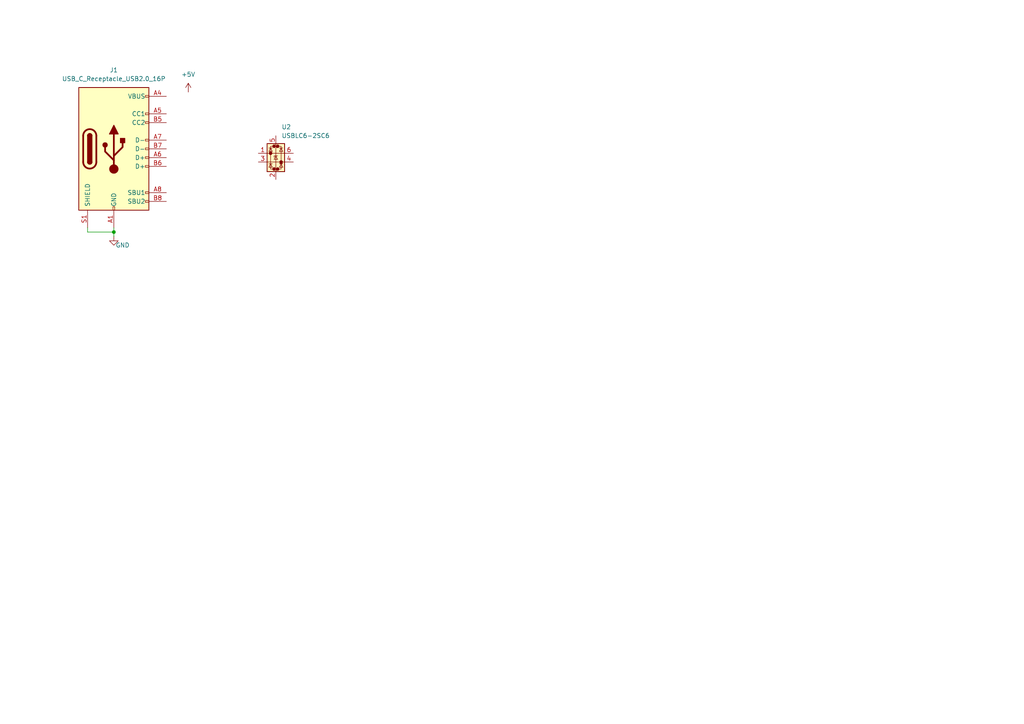
<source format=kicad_sch>
(kicad_sch (version 20250114) (generator "eeschema") (generator_version "9.0")
  (paper "A4")
  (lib_symbols
    (symbol "Connector:USB_C_Receptacle_USB2.0_16P" (pin_names (offset 1.016))
      (property "Reference" "J" (at 0 22.225 0))
      (property "Value" "USB_C_Receptacle_USB2.0_16P" (at 0 19.685 0))
      (symbol "USB_C_Receptacle_USB2.0_16P_0_0"
        (rectangle (start -0.254 -17.78) (end 0.254 -16.764))
        (rectangle (start 10.16 15.494) (end 9.144 14.986))
        (rectangle (start 10.16 10.414) (end 9.144 9.906))
        (rectangle (start 10.16 7.874) (end 9.144 7.366))
        (rectangle (start 10.16 2.794) (end 9.144 2.286))
        (rectangle (start 10.16 0.254) (end 9.144 -0.254))
        (rectangle (start 10.16 -2.286) (end 9.144 -2.794))
        (rectangle (start 10.16 -4.826) (end 9.144 -5.334))
        (rectangle (start 10.16 -12.446) (end 9.144 -12.954))
        (rectangle (start 10.16 -14.986) (end 9.144 -15.494))
      )
      (symbol "USB_C_Receptacle_USB2.0_16P_0_1"
        (rectangle (start -10.16 17.78) (end 10.16 -17.78) (stroke (width 0.254)) (fill (type background)))
        (polyline (pts (xy -8.89 -3.81) (xy -8.89 3.81)) (stroke (width 0.508)))
        (rectangle (start -7.62 -3.81) (end -6.35 3.81) (stroke (width 0.254)) (fill (type outline)))
        (arc (start -7.62 3.81) (mid -6.985 4.4423) (end -6.35 3.81) (stroke (width 0.254)))
        (arc (start -7.62 3.81) (mid -6.985 4.4423) (end -6.35 3.81) (stroke (width 0.254)) (fill (type outline)))
        (arc (start -8.89 3.81) (mid -6.985 5.7067) (end -5.08 3.81) (stroke (width 0.508)))
        (arc (start -5.08 -3.81) (mid -6.985 -5.7067) (end -8.89 -3.81) (stroke (width 0.508)))
        (arc (start -6.35 -3.81) (mid -6.985 -4.4423) (end -7.62 -3.81) (stroke (width 0.254)))
        (arc (start -6.35 -3.81) (mid -6.985 -4.4423) (end -7.62 -3.81) (stroke (width 0.254)) (fill (type outline)))
        (polyline (pts (xy -5.08 3.81) (xy -5.08 -3.81)) (stroke (width 0.508)))
        (circle (center -2.54 1.143) (radius 0.635) (stroke (width 0.254)) (fill (type outline)))
        (polyline (pts (xy -1.27 4.318) (xy 0 6.858) (xy 1.27 4.318) (xy -1.27 4.318)) (stroke (width 0.254)) (fill (type outline)))
        (polyline (pts (xy 0 -2.032) (xy 2.54 0.508) (xy 2.54 1.778)) (stroke (width 0.508)))
        (polyline (pts (xy 0 -3.302) (xy -2.54 -0.762) (xy -2.54 0.508)) (stroke (width 0.508)))
        (polyline (pts (xy 0 -5.842) (xy 0 4.318)) (stroke (width 0.508)))
        (circle (center 0 -5.842) (radius 1.27) (fill (type outline)))
        (rectangle (start 1.905 1.778) (end 3.175 3.048) (stroke (width 0.254)) (fill (type outline)))
      )
      (symbol "USB_C_Receptacle_USB2.0_16P_1_1"
        (pin passive line (at -7.62 -22.86 90) (length 5.08) (name "SHIELD") (number "S1"))
        (pin passive line (at 0 -22.86 90) (length 5.08) (name "GND") (number "A1"))
        (pin passive line (at 0 -22.86 90) (length 5.08) (hide yes) (name "GND") (number "A12"))
        (pin passive line (at 0 -22.86 90) (length 5.08) (hide yes) (name "GND") (number "B1"))
        (pin passive line (at 0 -22.86 90) (length 5.08) (hide yes) (name "GND") (number "B12"))
        (pin passive line (at 15.24 15.24 180) (length 5.08) (name "VBUS") (number "A4"))
        (pin passive line (at 15.24 15.24 180) (length 5.08) (hide yes) (name "VBUS") (number "A9"))
        (pin passive line (at 15.24 15.24 180) (length 5.08) (hide yes) (name "VBUS") (number "B4"))
        (pin passive line (at 15.24 15.24 180) (length 5.08) (hide yes) (name "VBUS") (number "B9"))
        (pin bidirectional line (at 15.24 10.16 180) (length 5.08) (name "CC1") (number "A5"))
        (pin bidirectional line (at 15.24 7.62 180) (length 5.08) (name "CC2") (number "B5"))
        (pin bidirectional line (at 15.24 2.54 180) (length 5.08) (name "D-") (number "A7"))
        (pin bidirectional line (at 15.24 0 180) (length 5.08) (name "D-") (number "B7"))
        (pin bidirectional line (at 15.24 -2.54 180) (length 5.08) (name "D+") (number "A6"))
        (pin bidirectional line (at 15.24 -5.08 180) (length 5.08) (name "D+") (number "B6"))
        (pin bidirectional line (at 15.24 -12.7 180) (length 5.08) (name "SBU1") (number "A8"))
        (pin bidirectional line (at 15.24 -15.24 180) (length 5.08) (name "SBU2") (number "B8"))
      )
    )
    (symbol "Power_Protection:USBLC6-2SC6" (pin_names (hide yes))
      (property "Reference" "U" (at 0.635 5.715 0))
      (property "Value" "USBLC6-2SC6" (at 0.635 3.81 0))
      (symbol "USBLC6-2SC6_0_0"
        (circle (center -1.524 0) (radius 0.0001) (stroke (width 0.508)))
        (circle (center -0.508 2.032) (radius 0.0001) (stroke (width 0.508)))
        (circle (center -0.508 -4.572) (radius 0.0001) (stroke (width 0.508)))
        (circle (center 0.508 2.032) (radius 0.0001) (stroke (width 0.508)))
        (circle (center 0.508 -4.572) (radius 0.0001) (stroke (width 0.508)))
        (circle (center 1.524 -2.54) (radius 0.0001) (stroke (width 0.508)))
      )
      (symbol "USBLC6-2SC6_0_1"
        (polyline (pts (xy -2.54 0) (xy 2.54 0)))
        (polyline (pts (xy -2.54 -2.54) (xy 2.54 -2.54)))
        (polyline (pts (xy -2.032 0.508) (xy -1.016 0.508) (xy -1.524 1.524) (xy -2.032 0.508)))
        (polyline (pts (xy -2.032 -3.048) (xy -1.016 -3.048)))
        (polyline (pts (xy -1.016 1.524) (xy -2.032 1.524)))
        (polyline (pts (xy -1.016 -4.064) (xy -2.032 -4.064) (xy -1.524 -3.048) (xy -1.016 -4.064)))
        (polyline (pts (xy -0.508 -1.143) (xy -0.508 -0.762) (xy 0.508 -0.762)))
        (polyline (pts (xy 0 2.54) (xy -0.508 2.032) (xy 0.508 2.032) (xy 0 1.524) (xy 0 -4.064) (xy -0.508 -4.572) (xy 0.508 -4.572) (xy 0 -5.08)))
        (polyline (pts (xy 0.508 -1.778) (xy -0.508 -1.778) (xy 0 -0.762) (xy 0.508 -1.778)))
        (polyline (pts (xy 1.016 1.524) (xy 2.032 1.524)))
        (polyline (pts (xy 1.016 -3.048) (xy 2.032 -3.048)))
        (polyline (pts (xy 2.032 0.508) (xy 1.016 0.508) (xy 1.524 1.524) (xy 2.032 0.508)))
        (polyline (pts (xy 2.032 -4.064) (xy 1.016 -4.064) (xy 1.524 -3.048) (xy 2.032 -4.064)))
      )
      (symbol "USBLC6-2SC6_1_1"
        (rectangle (start -2.54 2.794) (end 2.54 -5.334) (stroke (width 0.254)) (fill (type background)))
        (polyline (pts (xy -0.508 2.032) (xy -1.524 2.032) (xy -1.524 -4.572) (xy -0.508 -4.572)))
        (polyline (pts (xy 0.508 -4.572) (xy 1.524 -4.572) (xy 1.524 2.032) (xy 0.508 2.032)))
        (pin passive line (at -5.08 0 0) (length 2.54) (name "I/O1") (number "1"))
        (pin passive line (at -5.08 -2.54 0) (length 2.54) (name "I/O2") (number "3"))
        (pin passive line (at 0 5.08 270) (length 2.54) (name "VBUS") (number "5"))
        (pin passive line (at 0 -7.62 90) (length 2.54) (name "GND") (number "2"))
        (pin passive line (at 5.08 0 180) (length 2.54) (name "I/O1") (number "6"))
        (pin passive line (at 5.08 -2.54 180) (length 2.54) (name "I/O2") (number "4"))
      )
    )
    (symbol "power:+5V" (power) (pin_numbers (hide yes)) (pin_names (offset 0) (hide yes))
      (property "Value" "+5V" (at 0 3.556 0))
      (symbol "+5V_0_1"
        (polyline (pts (xy -0.762 1.27) (xy 0 2.54)))
        (polyline (pts (xy 0 2.54) (xy 0.762 1.27)))
        (polyline (pts (xy 0 0) (xy 0 2.54)))
      )
      (symbol "+5V_1_1"
        (pin power_in line (at 0 0 90) (length 0) (name "~") (number "1"))
      )
    )
    (symbol "power:GND" (power) (pin_numbers (hide yes)) (pin_names (offset 0) (hide yes))
      (property "Value" "GND" (at 0 -3.81 0))
      (symbol "GND_0_1"
        (polyline (pts (xy 0 0) (xy 0 -1.27) (xy 1.27 -1.27) (xy 0 -2.54) (xy -1.27 -1.27) (xy 0 -1.27)))
      )
      (symbol "GND_1_1"
        (pin power_in line (at 0 0 270) (length 0) (name "~") (number "1"))
      )
    )
  )
  (junction (at 33.02 67.31))
  (wire (pts (xy 33.02 67.31) (xy 33.02 68.58)))
  (wire (pts (xy 25.4 66.04) (xy 25.4 67.31)))
  (wire (pts (xy 25.4 67.31) (xy 33.02 67.31)))
  (wire (pts (xy 33.02 66.04) (xy 33.02 67.31)))
  (symbol (lib_id "Connector:USB_C_Receptacle_USB2.0_16P") (at 33.02 43.18 0) (unit 1)
    (property "Reference" "J1" (at 33.02 20.32 0))
    (property "Value" "USB_C_Receptacle_USB2.0_16P" (at 33.02 22.86 0))
    (property "Datasheet" "https://www.usb.org/sites/default/files/documents/usb_type-c.zip" (effects (hide yes)))
    (property "Description" "USB 2.0-only 16P Type-C Receptacle connector" (effects (hide yes)))
  )
  (symbol (lib_id "power:GND") (at 33.02 68.58 0) (unit 1)
    (property "Reference" "#PWR02" (effects (hide yes)))
    (property "Value" "GND" (at 35.56 71.12 0))
    (property "Description" "Power symbol creates a global label with name \"GND\" , ground" (effects (hide yes)))
  )
  (symbol (lib_id "Power_Protection:USBLC6-2SC6") (at 80.01 44.45 0) (unit 1)
    (property "Reference" "U2" (at 81.6611 36.83 0) (effects (justify left)))
    (property "Value" "USBLC6-2SC6" (at 81.6611 39.37 0) (effects (justify left)))
    (property "Footprint" "Package_TO_SOT_SMD:SOT-23-6" (effects (hide yes)))
    (property "Datasheet" "https://www.st.com/resource/en/datasheet/usblc6-2.pdf" (effects (hide yes)))
    (property "Description" "Very low capacitance ESD protection diode, 2 data-line, SOT-23-6" (effects (hide yes)))
  )
  (symbol (lib_id "power:+5V") (at 54.61 26.67 0) (unit 1)
    (property "Reference" "#PWR03" (effects (hide yes)))
    (property "Value" "+5V" (at 54.61 21.59 0))
    (property "Description" "Power symbol creates a global label with name \"+5V\"" (effects (hide yes)))
  )
)
</source>
